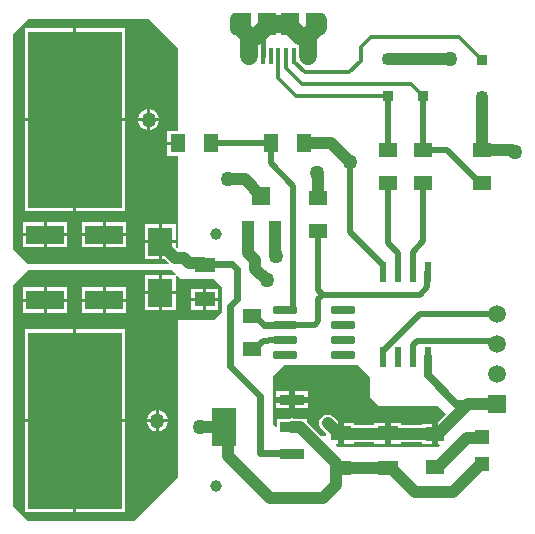
<source format=gtl>
G04*
G04 #@! TF.GenerationSoftware,Altium Limited,Altium Designer,21.0.9 (235)*
G04*
G04 Layer_Physical_Order=1*
G04 Layer_Color=255*
%FSLAX25Y25*%
%MOIN*%
G70*
G04*
G04 #@! TF.SameCoordinates,00BE4CDB-2B82-4C1F-9587-948FEC39E08D*
G04*
G04*
G04 #@! TF.FilePolarity,Positive*
G04*
G01*
G75*
%ADD15C,0.01968*%
%ADD16R,0.01575X0.05315*%
%ADD17R,0.05906X0.07480*%
%ADD18R,0.04724X0.06496*%
G04:AMPARAMS|DCode=19|XSize=67.32mil|YSize=22.84mil|CornerRadius=2.85mil|HoleSize=0mil|Usage=FLASHONLY|Rotation=270.000|XOffset=0mil|YOffset=0mil|HoleType=Round|Shape=RoundedRectangle|*
%AMROUNDEDRECTD19*
21,1,0.06732,0.01713,0,0,270.0*
21,1,0.06161,0.02284,0,0,270.0*
1,1,0.00571,-0.00856,-0.03081*
1,1,0.00571,-0.00856,0.03081*
1,1,0.00571,0.00856,0.03081*
1,1,0.00571,0.00856,-0.03081*
%
%ADD19ROUNDEDRECTD19*%
%ADD20R,0.08465X0.03740*%
%ADD21R,0.08465X0.12795*%
G04:AMPARAMS|DCode=22|XSize=77.56mil|YSize=23.62mil|CornerRadius=2.95mil|HoleSize=0mil|Usage=FLASHONLY|Rotation=180.000|XOffset=0mil|YOffset=0mil|HoleType=Round|Shape=RoundedRectangle|*
%AMROUNDEDRECTD22*
21,1,0.07756,0.01772,0,0,180.0*
21,1,0.07165,0.02362,0,0,180.0*
1,1,0.00591,-0.03583,0.00886*
1,1,0.00591,0.03583,0.00886*
1,1,0.00591,0.03583,-0.00886*
1,1,0.00591,-0.03583,-0.00886*
%
%ADD22ROUNDEDRECTD22*%
%ADD23R,0.05118X0.04528*%
%ADD24R,0.12795X0.06496*%
%ADD25R,0.31496X0.59055*%
%ADD26R,0.06496X0.04724*%
%ADD27R,0.07087X0.05118*%
%ADD28R,0.04331X0.06299*%
%ADD29R,0.06299X0.06299*%
%ADD30R,0.08465X0.09646*%
%ADD31R,0.03740X0.03543*%
%ADD53C,0.03937*%
%ADD54C,0.01378*%
%ADD55C,0.05906*%
%ADD56C,0.01575*%
%ADD57C,0.02362*%
%ADD58C,0.02756*%
%ADD59C,0.03937*%
%ADD60R,0.05906X0.05906*%
%ADD61C,0.05906*%
%ADD62C,0.05709*%
%ADD63C,0.05000*%
G36*
X227756Y390354D02*
X225787D01*
Y393898D01*
X227756D01*
X227756Y390354D01*
D02*
G37*
G36*
X197441Y390354D02*
X195473D01*
X195472Y393898D01*
X197441D01*
Y390354D01*
D02*
G37*
G36*
X225787Y388386D02*
X220669D01*
Y395866D01*
X225787D01*
Y388386D01*
D02*
G37*
G36*
X202559D02*
X197441D01*
Y395866D01*
X202559D01*
Y388386D01*
D02*
G37*
G36*
X168307Y393701D02*
X178150Y383858D01*
Y356610D01*
X174591D01*
Y352862D01*
X177953D01*
Y351862D01*
X174591D01*
Y348114D01*
X178150D01*
Y317677D01*
X177650Y317427D01*
X177476Y317558D01*
Y318988D01*
X172744D01*
Y313665D01*
X173815D01*
X174972Y312508D01*
X174765Y312008D01*
X127953D01*
X123031Y316929D01*
Y388779D01*
X127953Y393701D01*
X168307Y393701D01*
D02*
G37*
G36*
X177339Y308882D02*
X177131Y308382D01*
X172744D01*
Y303059D01*
X177476D01*
Y308037D01*
X177976Y308244D01*
X179134Y307087D01*
X189961D01*
X192913Y304134D01*
X192913Y296260D01*
X189961Y293307D01*
X178150Y293307D01*
X178150Y284449D01*
X178150Y241142D01*
X163386Y226378D01*
X127953Y226378D01*
X123031Y231299D01*
X123031Y304134D01*
Y305118D01*
X127953Y310039D01*
X176181D01*
X177339Y308882D01*
D02*
G37*
G36*
X242126Y274606D02*
Y267717D01*
X245079Y264764D01*
X264764D01*
X267366Y262161D01*
X264779Y259575D01*
Y255512D01*
Y252150D01*
X265276D01*
X265467Y251688D01*
X264764Y250984D01*
X231299D01*
X230596Y251688D01*
X230787Y252150D01*
X231283D01*
Y255709D01*
Y259673D01*
X229927Y261030D01*
X229349Y261473D01*
X228676Y261752D01*
X227953Y261847D01*
X227230Y261752D01*
X226556Y261473D01*
X225978Y261030D01*
X225535Y260451D01*
X225255Y259778D01*
X225160Y259055D01*
X225255Y258332D01*
X225535Y257659D01*
X225978Y257081D01*
X227528Y255531D01*
X227427Y254948D01*
X227362Y254921D01*
X225603D01*
X221174Y259350D01*
Y260544D01*
X218981D01*
X218799Y260568D01*
X216872D01*
X216864Y260571D01*
X216142Y260666D01*
X215419Y260571D01*
X215353Y260544D01*
X211109D01*
Y258048D01*
X210648Y257856D01*
X209646Y258858D01*
Y274606D01*
X213583Y278543D01*
X238189D01*
X242126Y274606D01*
D02*
G37*
%LPC*%
G36*
X168807Y363726D02*
Y360736D01*
X171797D01*
X171569Y361587D01*
X171108Y362385D01*
X170456Y363037D01*
X169658Y363498D01*
X168807Y363726D01*
D02*
G37*
G36*
X167807D02*
X166956Y363498D01*
X166158Y363037D01*
X165506Y362385D01*
X165046Y361587D01*
X164818Y360736D01*
X167807D01*
Y363726D01*
D02*
G37*
G36*
X160449Y390764D02*
X144201D01*
Y360736D01*
X160449D01*
Y390764D01*
D02*
G37*
G36*
X143201D02*
X126953D01*
Y360736D01*
X143201D01*
Y390764D01*
D02*
G37*
G36*
X171797Y359736D02*
X168807D01*
Y356747D01*
X169658Y356975D01*
X170456Y357435D01*
X171108Y358087D01*
X171569Y358885D01*
X171797Y359736D01*
D02*
G37*
G36*
X167807D02*
X164818D01*
X165046Y358885D01*
X165506Y358087D01*
X166158Y357435D01*
X166956Y356975D01*
X167807Y356747D01*
Y359736D01*
D02*
G37*
G36*
X160449D02*
X144201D01*
Y329709D01*
X160449D01*
Y359736D01*
D02*
G37*
G36*
X143201D02*
X126953D01*
Y329709D01*
X143201D01*
Y359736D01*
D02*
G37*
G36*
X160941Y326197D02*
X154044D01*
Y322449D01*
X160941D01*
Y326197D01*
D02*
G37*
G36*
X141256D02*
X134359D01*
Y322449D01*
X141256D01*
Y326197D01*
D02*
G37*
G36*
X153044D02*
X146146D01*
Y322449D01*
X153044D01*
Y326197D01*
D02*
G37*
G36*
X133359D02*
X126461D01*
Y322449D01*
X133359D01*
Y326197D01*
D02*
G37*
G36*
X177476Y325311D02*
X172744D01*
Y319988D01*
X177476D01*
Y325311D01*
D02*
G37*
G36*
X171744D02*
X167012D01*
Y319988D01*
X171744D01*
Y325311D01*
D02*
G37*
G36*
X160941Y321449D02*
X154044D01*
Y317701D01*
X160941D01*
Y321449D01*
D02*
G37*
G36*
X153044D02*
X146146D01*
Y317701D01*
X153044D01*
Y321449D01*
D02*
G37*
G36*
X141256D02*
X134359D01*
Y317701D01*
X141256D01*
Y321449D01*
D02*
G37*
G36*
X133359D02*
X126461D01*
Y317701D01*
X133359D01*
Y321449D01*
D02*
G37*
G36*
X171744Y318988D02*
X167012D01*
Y313665D01*
X171744D01*
Y318988D01*
D02*
G37*
G36*
Y308382D02*
X167012D01*
Y303059D01*
X171744D01*
Y308382D01*
D02*
G37*
G36*
X191551Y303953D02*
X187508D01*
Y300894D01*
X191551D01*
Y303953D01*
D02*
G37*
G36*
X186508D02*
X182465D01*
Y300894D01*
X186508D01*
Y303953D01*
D02*
G37*
G36*
X160941Y304346D02*
X154044D01*
Y300599D01*
X160941D01*
Y304346D01*
D02*
G37*
G36*
X141256D02*
X134359D01*
Y300599D01*
X141256D01*
Y304346D01*
D02*
G37*
G36*
X153044D02*
X146146D01*
Y300599D01*
X153044D01*
Y304346D01*
D02*
G37*
G36*
X133359D02*
X126461D01*
Y300599D01*
X133359D01*
Y304346D01*
D02*
G37*
G36*
X191551Y299894D02*
X187508D01*
Y296835D01*
X191551D01*
Y299894D01*
D02*
G37*
G36*
X186508D02*
X182465D01*
Y296835D01*
X186508D01*
Y299894D01*
D02*
G37*
G36*
X177476Y302059D02*
X172744D01*
Y296736D01*
X177476D01*
Y302059D01*
D02*
G37*
G36*
X171744D02*
X167012D01*
Y296736D01*
X171744D01*
Y302059D01*
D02*
G37*
G36*
X160941Y299599D02*
X154044D01*
Y295850D01*
X160941D01*
Y299599D01*
D02*
G37*
G36*
X153044D02*
X146146D01*
Y295850D01*
X153044D01*
Y299599D01*
D02*
G37*
G36*
X141256D02*
X134359D01*
Y295850D01*
X141256D01*
Y299599D01*
D02*
G37*
G36*
X133359D02*
X126461D01*
Y295850D01*
X133359D01*
Y299599D01*
D02*
G37*
G36*
X171760Y263332D02*
Y260343D01*
X174749D01*
X174521Y261193D01*
X174060Y261992D01*
X173409Y262643D01*
X172611Y263104D01*
X171760Y263332D01*
D02*
G37*
G36*
X170760D02*
X169909Y263104D01*
X169111Y262643D01*
X168459Y261992D01*
X167998Y261193D01*
X167770Y260343D01*
X170760D01*
Y263332D01*
D02*
G37*
G36*
X160449Y290370D02*
X144201D01*
Y260343D01*
X160449D01*
Y290370D01*
D02*
G37*
G36*
X143201D02*
X126953D01*
Y260343D01*
X143201D01*
Y290370D01*
D02*
G37*
G36*
X174749Y259343D02*
X171760D01*
Y256353D01*
X172611Y256581D01*
X173409Y257042D01*
X174060Y257694D01*
X174521Y258492D01*
X174749Y259343D01*
D02*
G37*
G36*
X170760D02*
X167770D01*
X167998Y258492D01*
X168459Y257694D01*
X169111Y257042D01*
X169909Y256581D01*
X170760Y256353D01*
Y259343D01*
D02*
G37*
G36*
X160449D02*
X144201D01*
Y229315D01*
X160449D01*
Y259343D01*
D02*
G37*
G36*
X143201D02*
X126953D01*
Y229315D01*
X143201D01*
Y259343D01*
D02*
G37*
G36*
X221374Y269799D02*
X217142D01*
Y267929D01*
X221374D01*
Y269799D01*
D02*
G37*
G36*
X215142D02*
X210910D01*
Y267929D01*
X215142D01*
Y269799D01*
D02*
G37*
G36*
X221374Y265929D02*
X217142D01*
Y264059D01*
X221374D01*
Y265929D01*
D02*
G37*
G36*
X215142D02*
X210910D01*
Y264059D01*
X215142D01*
Y265929D01*
D02*
G37*
G36*
X247031Y259268D02*
X243488D01*
Y258403D01*
X236827D01*
Y259268D01*
X233283D01*
Y255709D01*
Y252150D01*
X236827D01*
Y252818D01*
X243488D01*
Y252150D01*
X247031D01*
Y255709D01*
Y259268D01*
D02*
G37*
G36*
X252575D02*
X249031D01*
Y255709D01*
Y252150D01*
X252575D01*
Y252818D01*
X259531D01*
Y252150D01*
X262779D01*
Y255512D01*
Y258874D01*
X259531D01*
Y258403D01*
X252575D01*
Y259268D01*
D02*
G37*
%LPD*%
D15*
X197835Y389452D02*
X198425Y390354D01*
X197835Y391256D02*
X196902Y391178D01*
X196457Y390354D01*
X196902Y389531D01*
X197835Y389452D01*
X198425Y390354D02*
X197835Y391256D01*
X226772Y393898D02*
X226279Y394750D01*
X225295D01*
X224803Y393898D01*
X225295Y393045D01*
X226279D01*
X226772Y393898D01*
Y390354D02*
X226279Y391207D01*
X225295D01*
X224803Y390354D01*
X225295Y389502D01*
X226279D01*
X226772Y390354D01*
X198425Y393898D02*
X197933Y394750D01*
X196949D01*
X196457Y393898D01*
X196949Y393045D01*
X197933D01*
X198425Y393898D01*
X251575Y309705D02*
Y315748D01*
X251437Y309567D02*
X251575Y309705D01*
X256299Y309705D02*
Y316142D01*
X261280Y309409D02*
X261437Y309567D01*
X261280Y304587D02*
Y309409D01*
X258661Y301969D02*
X261280Y304587D01*
X258819Y295590D02*
X284449D01*
X246437Y280984D02*
Y283209D01*
X258819Y295590D01*
X281570Y286344D02*
X283696D01*
X284449Y285591D01*
X281496Y286417D02*
X281570Y286344D01*
X256594Y285264D02*
X257748Y286417D01*
X281496D01*
X256594Y281142D02*
Y285264D01*
X256437Y280984D02*
X256594Y281142D01*
X209055Y345669D02*
X216535Y338189D01*
X213701Y296870D02*
X216339D01*
X216535Y297067D01*
Y338189D01*
X246437Y309567D02*
Y311791D01*
X235433Y322795D02*
X246437Y311791D01*
X235433Y322795D02*
Y346063D01*
X224803Y300394D02*
X226378Y301969D01*
X213701Y291870D02*
X223650D01*
X224803Y293023D01*
Y300394D01*
Y303543D02*
Y323228D01*
Y303543D02*
X226378Y301969D01*
X209055Y345669D02*
Y352362D01*
X226378Y301969D02*
X258661D01*
X213228Y286673D02*
X213563Y287008D01*
X208327Y286673D02*
X213228D01*
X208268Y286614D02*
X208327Y286673D01*
X202756Y283858D02*
X203642D01*
X206398Y286614D01*
X208268D01*
X213563Y287008D02*
X213701Y286870D01*
X248031Y319291D02*
Y338976D01*
Y319291D02*
X251575Y315748D01*
X256299Y309705D02*
X256437Y309567D01*
X259842Y319685D02*
Y338976D01*
X256299Y316142D02*
X259842Y319685D01*
X278642Y338976D02*
X279528D01*
X259842Y350000D02*
X267618D01*
X278642Y338976D01*
X259842Y350000D02*
Y368110D01*
X248031Y350000D02*
Y368110D01*
Y350000D02*
X248031Y350000D01*
X188976Y352362D02*
X209055D01*
D16*
X216732Y381496D02*
D03*
X214173D02*
D03*
X211614D02*
D03*
X209055D02*
D03*
X206496D02*
D03*
D17*
X215551Y392126D02*
D03*
X207677D02*
D03*
D18*
X177953Y352362D02*
D03*
X188976D02*
D03*
X220079D02*
D03*
X209055D02*
D03*
D19*
X261437Y309567D02*
D03*
X256437D02*
D03*
X251437D02*
D03*
X246437D02*
D03*
Y280984D02*
D03*
X251437D02*
D03*
X256437D02*
D03*
X261437D02*
D03*
D20*
X216142Y248819D02*
D03*
Y257874D02*
D03*
Y266929D02*
D03*
D21*
X193307Y257874D02*
D03*
D22*
X213701Y281870D02*
D03*
Y286870D02*
D03*
Y291870D02*
D03*
Y296870D02*
D03*
X233150D02*
D03*
Y291870D02*
D03*
Y286870D02*
D03*
Y281870D02*
D03*
D23*
X279528Y245571D02*
D03*
Y254429D02*
D03*
D24*
X153544Y300098D02*
D03*
Y321949D02*
D03*
X133859Y300098D02*
D03*
Y321949D02*
D03*
D25*
X143701Y360236D02*
D03*
Y259842D02*
D03*
D26*
X202756Y283858D02*
D03*
Y294882D02*
D03*
X224803Y334252D02*
D03*
Y323228D02*
D03*
X279528Y338976D02*
D03*
Y350000D02*
D03*
X259842Y338976D02*
D03*
Y350000D02*
D03*
X248031Y338976D02*
D03*
Y350000D02*
D03*
X263779Y244488D02*
D03*
Y255512D02*
D03*
D27*
X187008Y300394D02*
D03*
Y311811D02*
D03*
X248031Y244291D02*
D03*
Y255709D02*
D03*
X232283D02*
D03*
Y244291D02*
D03*
D28*
X210433Y323425D02*
D03*
X201378D02*
D03*
D29*
X205906Y334842D02*
D03*
D30*
X172244Y319488D02*
D03*
Y302559D02*
D03*
D31*
X259842Y380512D02*
D03*
Y368110D02*
D03*
X279528Y380217D02*
D03*
Y367815D02*
D03*
X248031Y380512D02*
D03*
Y368110D02*
D03*
D53*
X193307Y257874D02*
X194727Y256454D01*
Y248186D02*
X208661Y234252D01*
X194727Y248186D02*
Y256454D01*
X208661Y234252D02*
X226378D01*
X230709Y238583D02*
Y244882D01*
X232283Y244291D02*
X248031D01*
X231299D02*
X232283D01*
X284449Y265591D02*
X285433Y266575D01*
X172244Y318898D02*
X177168Y313973D01*
X180121D02*
X181693Y312402D01*
X172244Y318898D02*
Y319488D01*
X177168Y313973D02*
X180121D01*
X181693Y312402D02*
X186417D01*
X187008Y311811D01*
X216240Y257776D02*
X218799D01*
X230709Y244882D02*
Y245866D01*
Y244882D02*
X231299Y244291D01*
X218799Y257776D02*
X230709Y245866D01*
X216142Y257874D02*
X216240Y257776D01*
X185327Y257874D02*
X193307D01*
X248031Y255610D02*
X263681D01*
X279528Y350000D02*
X289476D01*
X290067Y349410D01*
X290354D01*
X232382Y255610D02*
X248031D01*
X274744Y265591D02*
X284449D01*
X263779Y255512D02*
X264665D01*
X274744Y265591D01*
X220079Y352362D02*
X229134D01*
X235433Y346063D01*
X226378Y234252D02*
X230709Y238583D01*
X268701Y380512D02*
X268898Y380315D01*
X259842Y380512D02*
X268701D01*
X248031D02*
X259842D01*
X210433Y323425D02*
X210531Y323327D01*
Y315059D02*
Y323327D01*
Y315059D02*
X210630Y314961D01*
X201378Y315945D02*
Y323425D01*
X203937Y310630D02*
Y313386D01*
Y310630D02*
X207874Y306693D01*
X201378Y315945D02*
X203937Y313386D01*
X249606Y243701D02*
X257087Y236221D01*
X248622Y243701D02*
X249606D01*
X257087Y236221D02*
X269882D01*
X248031Y244291D02*
X248622Y243701D01*
X269882Y236221D02*
X279232Y245571D01*
X279528D01*
X264665Y244488D02*
X274311Y254134D01*
X279232D01*
X279528Y350000D02*
Y367815D01*
X224410Y342232D02*
X224803Y341838D01*
X224410Y342232D02*
Y342520D01*
X224803Y334252D02*
Y341838D01*
X195085Y340348D02*
X200400D01*
X205906Y334842D01*
X194882Y340551D02*
X195085Y340348D01*
X227953Y259055D02*
X231299Y255709D01*
X232283D01*
X263681Y255610D02*
X263779Y255512D01*
X232283Y255709D02*
X232382Y255610D01*
X263779Y244488D02*
X264665D01*
X279232Y254134D02*
X279528Y254429D01*
D54*
X216831Y379528D02*
X216929D01*
X220473Y375984D02*
X235236D01*
X216732Y379626D02*
Y381496D01*
X216929Y379528D02*
X220473Y375984D01*
X216732Y379626D02*
X216831Y379528D01*
X214173Y377362D02*
X219488Y372047D01*
X255807D01*
X214173Y377362D02*
Y381496D01*
X255807Y372047D02*
X259744Y368110D01*
X211614Y374016D02*
X217520Y368110D01*
X211614Y374016D02*
Y381496D01*
X217520Y368110D02*
X248031D01*
X248031Y368110D01*
X235236Y375984D02*
X239173Y379921D01*
Y384408D01*
X242561Y387795D01*
X271850D01*
X259744Y368110D02*
X259842D01*
X279429Y380217D02*
X279528D01*
X271850Y387795D02*
X279429Y380217D01*
D55*
X198819Y391142D02*
Y392717D01*
X221457Y388189D02*
X224705Y391437D01*
X198819Y391142D02*
X201772Y388189D01*
X204527D02*
X206496Y390158D01*
X218701Y388189D02*
X221457D01*
X215551Y391339D02*
X218701Y388189D01*
X221457Y381496D02*
Y388189D01*
X215551Y391339D02*
Y392126D01*
X201772Y388189D02*
X204527D01*
X201772Y381496D02*
Y388189D01*
X207677Y392126D02*
X215551D01*
D56*
X206496Y390158D02*
Y390945D01*
Y381496D02*
Y390158D01*
Y390945D02*
X207677Y392126D01*
D57*
X215748Y249213D02*
X216142Y248819D01*
X205512Y249213D02*
X215748D01*
X205512D02*
Y268110D01*
X197638Y300319D02*
Y310624D01*
X187205Y312008D02*
X196254D01*
X197638Y310624D01*
X187008Y311811D02*
X187205Y312008D01*
X195318Y297999D02*
X197638Y300319D01*
X195318Y278304D02*
Y297999D01*
Y278304D02*
X205512Y268110D01*
X208886Y291870D02*
X213701D01*
X208748Y291732D02*
X208886Y291870D01*
X202756Y294882D02*
X203642D01*
X206791Y291732D01*
X208748D01*
D58*
X261437Y274980D02*
X270827Y265591D01*
X274744D01*
X261437Y274980D02*
Y280984D01*
D59*
X190945Y322047D02*
D03*
Y238189D02*
D03*
D60*
X284449Y265591D02*
D03*
D61*
Y275590D02*
D03*
Y285591D02*
D03*
Y295590D02*
D03*
D62*
X201772Y381496D02*
D03*
X221457D02*
D03*
D63*
X185327Y257874D02*
D03*
X290354Y349410D02*
D03*
X171260Y259842D02*
D03*
X168307Y360236D02*
D03*
X235433Y346063D02*
D03*
X268898Y380315D02*
D03*
X210630Y314961D02*
D03*
X207874Y306693D02*
D03*
X224410Y342520D02*
D03*
X194882Y340551D02*
D03*
M02*

</source>
